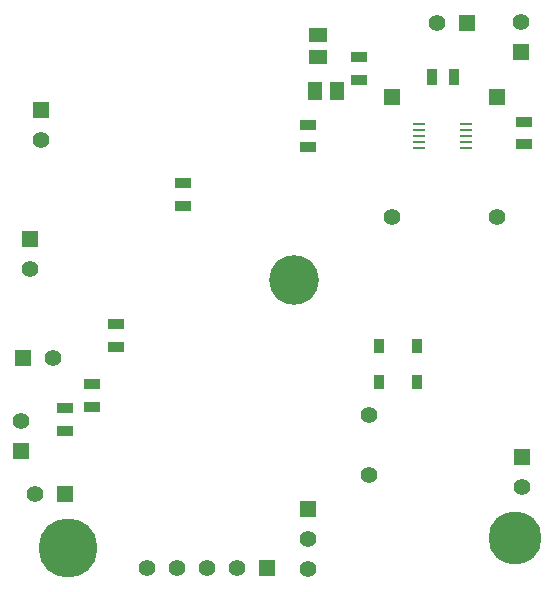
<source format=gbs>
G04 (created by PCBNEW (2013-07-07 BZR 4022)-stable) date 24/06/2015 00:02:37*
%MOIN*%
G04 Gerber Fmt 3.4, Leading zero omitted, Abs format*
%FSLAX34Y34*%
G01*
G70*
G90*
G04 APERTURE LIST*
%ADD10C,0.00590551*%
%ADD11R,0.0423228X0.0106299*%
%ADD12R,0.0358268X0.0480315*%
%ADD13R,0.055X0.035*%
%ADD14R,0.035X0.055*%
%ADD15R,0.055X0.055*%
%ADD16C,0.055*%
%ADD17C,0.056*%
%ADD18R,0.059X0.0512*%
%ADD19R,0.0512X0.059*%
%ADD20C,0.165354*%
%ADD21C,0.19685*%
%ADD22C,0.177165*%
G04 APERTURE END LIST*
G54D10*
G54D11*
X86167Y-60343D03*
X86167Y-60146D03*
X86167Y-59950D03*
X86167Y-59753D03*
X86167Y-59556D03*
X87732Y-59556D03*
X87732Y-59753D03*
X87732Y-59950D03*
X87732Y-60146D03*
X87732Y-60343D03*
G54D12*
X86095Y-68150D03*
X84804Y-68150D03*
X86095Y-66950D03*
X84804Y-66950D03*
G54D13*
X76050Y-66975D03*
X76050Y-66225D03*
X84150Y-58075D03*
X84150Y-57325D03*
G54D14*
X86575Y-58000D03*
X87325Y-58000D03*
G54D13*
X75250Y-68975D03*
X75250Y-68225D03*
X82450Y-60325D03*
X82450Y-59575D03*
X89650Y-59475D03*
X89650Y-60225D03*
X74350Y-69775D03*
X74350Y-69025D03*
X78300Y-62275D03*
X78300Y-61525D03*
G54D15*
X81100Y-74350D03*
G54D16*
X80100Y-74350D03*
X79100Y-74350D03*
X78100Y-74350D03*
X77100Y-74350D03*
G54D15*
X82450Y-72400D03*
G54D16*
X82450Y-73400D03*
X82450Y-74400D03*
G54D15*
X73200Y-63400D03*
G54D16*
X73200Y-64400D03*
G54D15*
X73550Y-59100D03*
G54D16*
X73550Y-60100D03*
G54D15*
X89600Y-70650D03*
G54D16*
X89600Y-71650D03*
G54D15*
X87750Y-56200D03*
G54D16*
X86750Y-56200D03*
G54D15*
X72900Y-70450D03*
G54D16*
X72900Y-69450D03*
G54D15*
X72950Y-67350D03*
G54D16*
X73950Y-67350D03*
G54D15*
X89550Y-57150D03*
G54D16*
X89550Y-56150D03*
G54D15*
X74350Y-71900D03*
G54D16*
X73350Y-71900D03*
G54D17*
X84500Y-71250D03*
X84500Y-69250D03*
G54D15*
X85250Y-58650D03*
G54D16*
X85250Y-62650D03*
G54D15*
X88750Y-58650D03*
G54D16*
X88750Y-62650D03*
G54D18*
X82800Y-57325D03*
X82800Y-56575D03*
G54D19*
X83425Y-58450D03*
X82675Y-58450D03*
G54D20*
X82000Y-64750D03*
G54D21*
X74450Y-73700D03*
G54D22*
X89350Y-73350D03*
M02*

</source>
